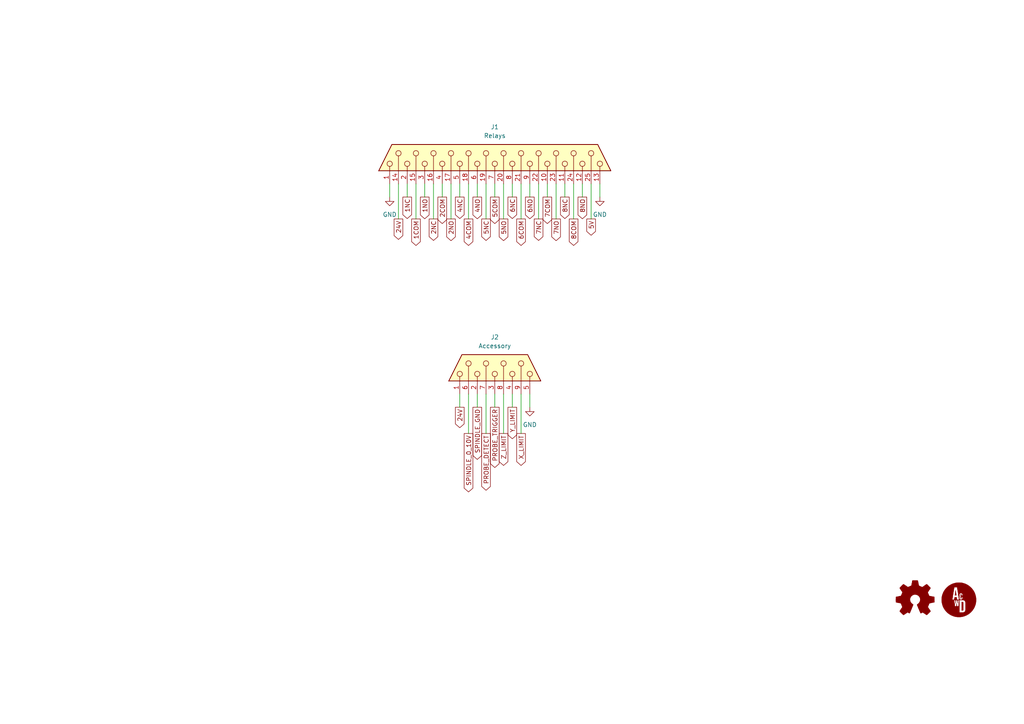
<source format=kicad_sch>
(kicad_sch (version 20211123) (generator eeschema)
  (paper "A4")
  (title_block (title "Input Pinouts") (date "2021-12-03") (rev "A") (company "A.C. Wright Design"))
  (lib_symbols
    (symbol "A.C. Wright Logo:LOGO" (pin_names (offset 1.016))
      (symbol "LOGO_0_0"
        (polyline (pts (xy 1.143 -3.048) (xy 1.1938 -3.0226) (xy 1.2192 -2.9972) (xy 1.27 -2.8956) (xy 1.27 -0.7874) (xy 1.2192 -0.6858) (xy 1.1176 -0.635) (xy 1.0668 -0.635) (xy 1.0414 -0.6096) (xy 0.7874 -0.6096) (xy 0.7874 -3.0734) (xy 1.1176 -3.0734) (xy 1.143 -3.048)) (stroke (width 0.0254)) (fill (type outline)))
        (polyline (pts (xy -0.762 1.4478) (xy -0.7874 1.4986) (xy -0.7874 1.651) (xy -0.8128 1.7272) (xy -0.8382 1.8288) (xy -0.8382 1.9304) (xy -0.8636 2.032) (xy -0.8636 2.1082) (xy -0.889 2.2098) (xy -0.889 2.3114) (xy -0.9144 2.3876) (xy -0.9144 2.4892) (xy -0.9398 2.5654) (xy -0.9398 2.7178) (xy -0.9652 2.7432) (xy -0.9652 2.6924) (xy -0.9906 2.667) (xy -0.9906 2.5146) (xy -1.016 2.4384) (xy -1.016 2.3114) (xy -1.0414 2.2098) (xy -1.0668 2.0574) (xy -1.0668 1.9812) (xy -1.1176 1.778) (xy -1.1176 1.6002) (xy -1.143 1.524) (xy -1.143 1.397) (xy -1.1684 1.3716) (xy -1.1684 1.3208) (xy -0.762 1.3208) (xy -0.762 1.4478)) (stroke (width 0.0254)) (fill (type outline)))
        (polyline (pts (xy 0.5588 -4.953) (xy 0.8382 -4.9276) (xy 1.1176 -4.8514) (xy 1.3716 -4.8006) (xy 1.651 -4.699) (xy 1.905 -4.5974) (xy 2.1844 -4.4958) (xy 2.2098 -4.4704) (xy 2.667 -4.2164) (xy 2.8956 -4.064) (xy 3.1242 -3.8862) (xy 3.5306 -3.5306) (xy 3.5306 -3.5052) (xy 3.7338 -3.302) (xy 3.9116 -3.0988) (xy 4.064 -2.8702) (xy 4.2164 -2.667) (xy 4.3688 -2.413) (xy 4.4958 -2.1844) (xy 4.572 -1.9812) (xy 4.7752 -1.4732) (xy 4.8514 -1.1938) (xy 4.9022 -0.9398) (xy 4.953 -0.6604) (xy 4.9784 -0.381) (xy 4.9784 0.4064) (xy 4.953 0.5842) (xy 4.9276 0.7874) (xy 4.9022 0.9652) (xy 4.8514 1.143) (xy 4.8006 1.3462) (xy 4.7244 1.6256) (xy 4.5212 2.1336) (xy 4.3942 2.3876) (xy 4.2418 2.6416) (xy 4.0894 2.8702) (xy 3.9116 3.0988) (xy 3.8354 3.2004) (xy 3.6576 3.4036) (xy 3.4798 3.5814) (xy 3.0734 3.937) (xy 2.8702 4.0894) (xy 2.8194 4.1402) (xy 2.3114 4.445) (xy 2.0574 4.572) (xy 1.8034 4.6736) (xy 1.524 4.7752) (xy 0.9652 4.9276) (xy 0.6858 4.9784) (xy 0.381 5.0038) (xy -0.4064 5.0038) (xy -0.635 4.9784) (xy -0.889 4.9276) (xy -1.1684 4.8768) (xy -1.4224 4.8006) (xy -1.7018 4.7244) (xy -2.2098 4.5212) (xy -2.2352 4.4958) (xy -2.6924 4.2418) (xy -2.921 4.0894) (xy -3.1496 3.9116) (xy -3.556 3.556) (xy -3.556 3.5306) (xy -3.7592 3.3274) (xy -3.937 3.1242) (xy -4.0894 2.8956) (xy -4.2418 2.6924) (xy -4.3942 2.4384) (xy -4.5212 2.2098) (xy -4.5974 2.0066) (xy -4.8006 1.4986) (xy -4.8768 1.2192) (xy -4.9276 0.9652) (xy -4.9784 0.6858) (xy -5.0038 0.4064) (xy -5.0038 0.0762) (xy -1.9304 0.0762) (xy -1.9304 0.1524) (xy -1.905 0.2032) (xy -1.905 0.254) (xy -1.8796 0.3302) (xy -1.8796 0.4064) (xy -1.8542 0.508) (xy -1.8542 0.635) (xy -1.8288 0.7366) (xy -1.778 0.9906) (xy -1.778 1.1176) (xy -1.7272 1.4224) (xy -1.7018 1.5494) (xy -1.5494 2.4638) (xy -1.524 2.5908) (xy -1.4986 2.7432) (xy -1.4732 2.8702) (xy -1.4732 2.9972) (xy -1.4478 3.0988) (xy -1.4224 3.2258) (xy -1.397 3.3274) (xy -1.397 3.4036) (xy -1.3716 3.4798) (xy -1.3716 3.556) (xy -1.3462 3.6068) (xy -1.3462 3.683) (xy -0.5334 3.683) (xy -0.5334 3.6068) (xy -0.508 3.556) (xy -0.508 3.5052) (xy -0.4826 3.429) (xy -0.4826 3.3274) (xy -0.4572 3.2512) (xy -0.4318 3.1242) (xy -0.4318 3.0226) (xy -0.3556 2.6416) (xy -0.2794 2.1844) (xy -0.254 2.0574) (xy -0.1778 1.6002) (xy -0.1778 1.4478) (xy -0.1524 1.2954) (xy -0.127 1.1684) (xy -0.1016 1.016) (xy -0.0508 0.762) (xy -0.0508 0.6604) (xy -0.0254 0.5334) (xy 0 0.4318) (xy 0 0.381) (xy 0.1524 0.381) (xy 0.1524 1.6256) (xy 0.1778 1.6764) (xy 0.2032 1.7526) (xy 0.254 1.8288) (xy 0.3302 1.8796) (xy 0.381 1.9304) (xy 0.4572 1.9558) (xy 0.7366 1.9558) (xy 0.762 1.9304) (xy 0.8382 1.905) (xy 0.9398 1.8034) (xy 0.9906 1.7272) (xy 1.016 1.651) (xy 1.0414 1.6256) (xy 1.0414 1.27) (xy 0.7112 1.27) (xy 0.7112 1.5494) (xy 0.6858 1.5748) (xy 0.6858 1.6002) (xy 0.6604 1.6256) (xy 0.5334 1.6256) (xy 0.5334 1.6002) (xy 0.508 1.6002) (xy 0.508 0.4318) (xy 0.5334 0.4318) (xy 0.5334 0.4064) (xy 0.5588 0.4064) (xy 0.5842 0.381) (xy 0.6096 0.381) (xy 0.635 0.4064) (xy 0.6858 0.4064) (xy 0.6858 0.4572) (xy 0.7112 0.4826) (xy 0.7112 0.7874) (xy 0.7366 0.8128) (xy 0.7874 0.8128) (xy 0.8128 0.8382) (xy 0.889 0.8128) (xy 1.016 0.8128) (xy 1.0414 0.7874) (xy 1.0414 0.4064) (xy 1.016 0.3556) (xy 1.016 0.3048) (xy 0.9652 0.254) (xy 0.9398 0.2032) (xy 0.8636 0.1524) (xy 0.8128 0.1016) (xy 0.7366 0.0762) (xy 0.4572 0.0762) (xy 0.4064 0.1016) (xy 0.3302 0.127) (xy 0.2286 0.2286) (xy 0.1778 0.3048) (xy 0.1524 0.381) (xy 0 0.381) (xy 0 0.3556) (xy 0.0254 0.2794) (xy 0.0254 0.1524) (xy 0.0508 0.1016) (xy 0.0508 0.0762) (xy -0.1016 0.0762) (xy -0.1524 0.0508) (xy -0.381 0.0508) (xy -0.4572 0.0762) (xy -0.5842 0.0762) (xy -0.5842 0.2032) (xy -0.6096 0.254) (xy -0.6096 0.381) (xy -0.635 0.4572) (xy -0.635 0.5334) (xy -0.6604 0.5842) (xy -0.6604 0.7366) (xy -0.6858 0.762) (xy -1.2446 0.762) (xy -1.2954 0.4318) (xy -1.2954 0.4064) (xy -1.3208 0.3302) (xy -1.3208 0.2032) (xy -1.3462 0.1524) (xy -1.3462 0.0762) (xy -1.5494 0.0762) (xy -1.6256 0.0508) (xy -1.651 0.0762) (xy -1.9304 0.0762) (xy -5.0038 0.0762) (xy -5.0038 -0.0762) (xy -1.3716 -0.0762) (xy -1.3462 -0.0508) (xy -1.016 -0.0508) (xy -1.016 -0.1778) (xy -0.9906 -0.254) (xy -0.9906 -0.4318) (xy -0.9652 -0.5334) (xy -0.9652 -0.6604) (xy -0.9398 -0.762) (xy -0.9398 -1.016) (xy -0.9144 -1.0414) (xy -0.9144 -0.889) (xy -0.889 -0.8382) (xy -0.889 -0.6096) (xy -0.8636 -0.5334) (xy -0.8636 -0.381) (xy -0.8382 -0.3048) (xy -0.8382 -0.1016) (xy -0.8128 -0.0762) (xy -0.8128 -0.0508) (xy -0.4572 -0.0508) (xy -0.4572 -0.127) (xy -0.4318 -0.1778) (xy -0.4318 -0.3302) (xy -0.4064 -0.4318) (xy -0.4064 -0.635) (xy -0.381 -0.7112) (xy -0.381 -0.8636) (xy -0.3556 -0.9144) (xy -0.3556 -0.9398) (xy -0.3302 -0.9144) (xy -0.3302 -0.7112) (xy -0.3048 -0.635) (xy -0.3048 -0.4318) (xy -0.2794 -0.3302) (xy -0.2794 -0.1778) (xy -0.254 -0.127) (xy -0.254 -0.0508) (xy 0.0254 -0.0508) (xy 0.0508 -0.0762) (xy -0.0254 -0.9398) (xy -0.0508 -1.0414) (xy -0.0508 -1.1684) (xy -0.0762 -1.27) (xy -0.0762 -1.4732) (xy -0.1016 -1.5748) (xy -0.1016 -1.7272) (xy -0.127 -1.778) (xy -0.127 -1.8796) (xy -0.2794 -1.8796) (xy -0.3302 -1.905) (xy -0.3556 -1.8796) (xy -0.5334 -1.8796) (xy -0.5334 -1.8542) (xy -0.5588 -1.8034) (xy -0.5588 -1.7018) (xy -0.5842 -1.6256) (xy -0.5842 -1.4224) (xy -0.6096 -1.3462) (xy -0.6096 -1.1938) (xy -0.635 -1.143) (xy -0.635 -1.0668) (xy -0.6604 -1.0922) (xy -0.6604 -1.27) (xy -0.6858 -1.3462) (xy -0.6858 -1.4478) (xy -0.7112 -1.5494) (xy -0.7112 -1.7526) (xy -0.7366 -1.8034) (xy -0.7366 -1.8796) (xy -1.1684 -1.8796) (xy -1.1684 -1.8034) (xy -1.1938 -1.7526) (xy -1.1938 -1.5748) (xy -1.2192 -1.4732) (xy -1.2192 -1.3716) (xy -1.2446 -1.2446) (xy -1.2446 -1.1176) (xy -1.27 -0.9652) (xy -1.3716 -0.0762) (xy -5.0038 -0.0762) (xy -5.0038 -0.381) (xy -4.9784 -0.6096) (xy -4.9276 -0.8636) (xy -4.8768 -1.143) (xy -4.8006 -1.397) (xy -4.7244 -1.6764) (xy -4.5212 -2.1844) (xy -4.4704 -2.2352) (xy -4.3942 -2.413) (xy -4.0894 -2.8702) (xy -4.0386 -2.9718) (xy -3.683 -3.3782) (xy -3.4036 -3.6576) (xy 0.1524 -3.6576) (xy 0.1524 -0.0508) (xy 1.2954 -0.0508) (xy 1.3208 -0.0762) (xy 1.3716 -0.0762) (xy 1.397 -0.1016) (xy 1.4224 -0.1016) (xy 1.4986 -0.127) (xy 1.6002 -0.2032) (xy 1.6764 -0.254) (xy 1.7526 -0.3556) (xy 1.8034 -0.4318) (xy 1.8542 -0.5334) (xy 1.8542 -0.5842) (xy 1.8796 -0.635) (xy 1.8796 -0.6858) (xy 1.905 -0.762) (xy 1.905 -2.921) (xy 1.8796 -3.048) (xy 1.8542 -3.1496) (xy 1.7526 -3.3528) (xy 1.6002 -3.5052) (xy 1.524 -3.556) (xy 1.4224 -3.6068) (xy 1.2954 -3.6322) (xy 1.27 -3.6576) (xy 0.1524 -3.6576) (xy -3.4036 -3.6576) (xy -3.302 -3.7592) (xy -3.0988 -3.9116) (xy -2.9972 -4.0132) (xy -2.7432 -4.1656) (xy -2.5146 -4.318) (xy -2.0066 -4.572) (xy -1.4478 -4.7752) (xy -1.1938 -4.8514) (xy -0.9144 -4.9022) (xy -0.8382 -4.9276) (xy -0.762 -4.9276) (xy -0.6858 -4.953) (xy -0.5334 -4.953) (xy -0.4318 -4.9784) (xy 0.4318 -4.9784) (xy 0.5588 -4.953)) (stroke (width 0.0254)) (fill (type outline)))
      )
    )
    (symbol "Connector:DB25_Female" (pin_names (offset 1.016) hide)
      (property "Reference" "J" (at 0 34.29 0))
      (property "Value" "DB25_Female" (at 0 -34.925 0))
      (symbol "DB25_Female_0_1"
        (circle (center -1.778 -30.48) (radius 0.762))
        (circle (center -1.778 -25.4) (radius 0.762))
        (circle (center -1.778 -20.32) (radius 0.762))
        (circle (center -1.778 -15.24) (radius 0.762))
        (circle (center -1.778 -10.16) (radius 0.762))
        (circle (center -1.778 -5.08) (radius 0.762))
        (circle (center -1.778 0) (radius 0.762))
        (circle (center -1.778 5.08) (radius 0.762))
        (circle (center -1.778 10.16) (radius 0.762))
        (circle (center -1.778 15.24) (radius 0.762))
        (circle (center -1.778 20.32) (radius 0.762))
        (circle (center -1.778 25.4) (radius 0.762))
        (circle (center -1.778 30.48) (radius 0.762))
        (polyline (pts (xy -3.81 -30.48) (xy -2.54 -30.48)))
        (polyline (pts (xy -3.81 -27.94) (xy 0.508 -27.94)))
        (polyline (pts (xy -3.81 -25.4) (xy -2.54 -25.4)))
        (polyline (pts (xy -3.81 -22.86) (xy 0.508 -22.86)))
        (polyline (pts (xy -3.81 -20.32) (xy -2.54 -20.32)))
        (polyline (pts (xy -3.81 -17.78) (xy 0.508 -17.78)))
        (polyline (pts (xy -3.81 -15.24) (xy -2.54 -15.24)))
        (polyline (pts (xy -3.81 -12.7) (xy 0.508 -12.7)))
        (polyline (pts (xy -3.81 -10.16) (xy -2.54 -10.16)))
        (polyline (pts (xy -3.81 -7.62) (xy 0.508 -7.62)))
        (polyline (pts (xy -3.81 -5.08) (xy -2.54 -5.08)))
        (polyline (pts (xy -3.81 -2.54) (xy 0.508 -2.54)))
        (polyline (pts (xy -3.81 0) (xy -2.54 0)))
        (polyline (pts (xy -3.81 2.54) (xy 0.508 2.54)))
        (polyline (pts (xy -3.81 5.08) (xy -2.54 5.08)))
        (polyline (pts (xy -3.81 7.62) (xy 0.508 7.62)))
        (polyline (pts (xy -3.81 10.16) (xy -2.54 10.16)))
        (polyline (pts (xy -3.81 12.7) (xy 0.508 12.7)))
        (polyline (pts (xy -3.81 15.24) (xy -2.54 15.24)))
        (polyline (pts (xy -3.81 17.78) (xy 0.508 17.78)))
        (polyline (pts (xy -3.81 20.32) (xy -2.54 20.32)))
        (polyline (pts (xy -3.81 22.86) (xy 0.508 22.86)))
        (polyline (pts (xy -3.81 25.4) (xy -2.54 25.4)))
        (polyline (pts (xy -3.81 27.94) (xy 0.508 27.94)))
        (polyline (pts (xy -3.81 30.48) (xy -2.54 30.48)))
        (polyline (pts (xy -3.81 33.655) (xy 3.81 29.845) (xy 3.81 -29.845) (xy -3.81 -33.655) (xy -3.81 33.655)) (stroke (width 0.254)) (fill (type background)))
        (circle (center 1.27 -27.94) (radius 0.762))
        (circle (center 1.27 -22.86) (radius 0.762))
        (circle (center 1.27 -17.78) (radius 0.762))
        (circle (center 1.27 -12.7) (radius 0.762))
        (circle (center 1.27 -7.62) (radius 0.762))
        (circle (center 1.27 -2.54) (radius 0.762))
        (circle (center 1.27 2.54) (radius 0.762))
        (circle (center 1.27 7.62) (radius 0.762))
        (circle (center 1.27 12.7) (radius 0.762))
        (circle (center 1.27 17.78) (radius 0.762))
        (circle (center 1.27 22.86) (radius 0.762))
        (circle (center 1.27 27.94) (radius 0.762))
      )
      (symbol "DB25_Female_1_1"
        (pin passive line (at -7.62 30.48 0) (length 3.81) (name "1") (number "1"))
        (pin passive line (at -7.62 -15.24 0) (length 3.81) (name "10") (number "10"))
        (pin passive line (at -7.62 -20.32 0) (length 3.81) (name "11") (number "11"))
        (pin passive line (at -7.62 -25.4 0) (length 3.81) (name "12") (number "12"))
        (pin passive line (at -7.62 -30.48 0) (length 3.81) (name "13") (number "13"))
        (pin passive line (at -7.62 27.94 0) (length 3.81) (name "P14") (number "14"))
        (pin passive line (at -7.62 22.86 0) (length 3.81) (name "P15") (number "15"))
        (pin passive line (at -7.62 17.78 0) (length 3.81) (name "P16") (number "16"))
        (pin passive line (at -7.62 12.7 0) (length 3.81) (name "P17") (number "17"))
        (pin passive line (at -7.62 7.62 0) (length 3.81) (name "P18") (number "18"))
        (pin passive line (at -7.62 2.54 0) (length 3.81) (name "P19") (number "19"))
        (pin passive line (at -7.62 25.4 0) (length 3.81) (name "2") (number "2"))
        (pin passive line (at -7.62 -2.54 0) (length 3.81) (name "P20") (number "20"))
        (pin passive line (at -7.62 -7.62 0) (length 3.81) (name "P21") (number "21"))
        (pin passive line (at -7.62 -12.7 0) (length 3.81) (name "P22") (number "22"))
        (pin passive line (at -7.62 -17.78 0) (length 3.81) (name "P23") (number "23"))
        (pin passive line (at -7.62 -22.86 0) (length 3.81) (name "P24") (number "24"))
        (pin passive line (at -7.62 -27.94 0) (length 3.81) (name "P25") (number "25"))
        (pin passive line (at -7.62 20.32 0) (length 3.81) (name "3") (number "3"))
        (pin passive line (at -7.62 15.24 0) (length 3.81) (name "4") (number "4"))
        (pin passive line (at -7.62 10.16 0) (length 3.81) (name "5") (number "5"))
        (pin passive line (at -7.62 5.08 0) (length 3.81) (name "6") (number "6"))
        (pin passive line (at -7.62 0 0) (length 3.81) (name "7") (number "7"))
        (pin passive line (at -7.62 -5.08 0) (length 3.81) (name "8") (number "8"))
        (pin passive line (at -7.62 -10.16 0) (length 3.81) (name "9") (number "9"))
      )
    )
    (symbol "Connector:DB9_Female" (pin_names (offset 1.016) hide)
      (property "Reference" "J" (at 0 13.97 0))
      (property "Value" "DB9_Female" (at 0 -14.605 0))
      (symbol "DB9_Female_0_1"
        (circle (center -1.778 -10.16) (radius 0.762))
        (circle (center -1.778 -5.08) (radius 0.762))
        (circle (center -1.778 0) (radius 0.762))
        (circle (center -1.778 5.08) (radius 0.762))
        (circle (center -1.778 10.16) (radius 0.762))
        (polyline (pts (xy -3.81 -10.16) (xy -2.54 -10.16)))
        (polyline (pts (xy -3.81 -7.62) (xy 0.508 -7.62)))
        (polyline (pts (xy -3.81 -5.08) (xy -2.54 -5.08)))
        (polyline (pts (xy -3.81 -2.54) (xy 0.508 -2.54)))
        (polyline (pts (xy -3.81 0) (xy -2.54 0)))
        (polyline (pts (xy -3.81 2.54) (xy 0.508 2.54)))
        (polyline (pts (xy -3.81 5.08) (xy -2.54 5.08)))
        (polyline (pts (xy -3.81 7.62) (xy 0.508 7.62)))
        (polyline (pts (xy -3.81 10.16) (xy -2.54 10.16)))
        (polyline (pts (xy -3.81 13.335) (xy -3.81 -13.335) (xy 3.81 -9.525) (xy 3.81 9.525) (xy -3.81 13.335)) (stroke (width 0.254)) (fill (type background)))
        (circle (center 1.27 -7.62) (radius 0.762))
        (circle (center 1.27 -2.54) (radius 0.762))
        (circle (center 1.27 2.54) (radius 0.762))
        (circle (center 1.27 7.62) (radius 0.762))
      )
      (symbol "DB9_Female_1_1"
        (pin passive line (at -7.62 10.16 0) (length 3.81) (name "1") (number "1"))
        (pin passive line (at -7.62 5.08 0) (length 3.81) (name "2") (number "2"))
        (pin passive line (at -7.62 0 0) (length 3.81) (name "3") (number "3"))
        (pin passive line (at -7.62 -5.08 0) (length 3.81) (name "4") (number "4"))
        (pin passive line (at -7.62 -10.16 0) (length 3.81) (name "5") (number "5"))
        (pin passive line (at -7.62 7.62 0) (length 3.81) (name "6") (number "6"))
        (pin passive line (at -7.62 2.54 0) (length 3.81) (name "7") (number "7"))
        (pin passive line (at -7.62 -2.54 0) (length 3.81) (name "8") (number "8"))
        (pin passive line (at -7.62 -7.62 0) (length 3.81) (name "9") (number "9"))
      )
    )
    (symbol "Graphic:Logo_Open_Hardware_Small" (pin_names (offset 1.016))
      (symbol "Logo_Open_Hardware_Small_0_1"
        (polyline (pts (xy 3.3528 -4.3434) (xy 3.302 -4.318) (xy 3.175 -4.2418) (xy 2.9972 -4.1148) (xy 2.7686 -3.9624) (xy 2.54 -3.81) (xy 2.3622 -3.7084) (xy 2.2352 -3.6068) (xy 2.1844 -3.5814) (xy 2.159 -3.6068) (xy 2.0574 -3.6576) (xy 1.905 -3.7338) (xy 1.8034 -3.7846) (xy 1.6764 -3.8354) (xy 1.6002 -3.8354) (xy 1.6002 -3.8354) (xy 1.5494 -3.7338) (xy 1.4732 -3.5306) (xy 1.3462 -3.302) (xy 1.2446 -3.0226) (xy 1.1176 -2.7178) (xy 0.9652 -2.413) (xy 0.8636 -2.1082) (xy 0.7366 -1.8288) (xy 0.6604 -1.6256) (xy 0.6096 -1.4732) (xy 0.5842 -1.397) (xy 0.5842 -1.397) (xy 0.6604 -1.3208) (xy 0.7874 -1.2446) (xy 1.0414 -1.016) (xy 1.2954 -0.6858) (xy 1.4478 -0.3302) (xy 1.524 0.0762) (xy 1.4732 0.4572) (xy 1.3208 0.8128) (xy 1.0668 1.143) (xy 0.762 1.3716) (xy 0.4064 1.524) (xy 0 1.5748) (xy -0.381 1.5494) (xy -0.7366 1.397) (xy -1.0668 1.143) (xy -1.2192 0.9906) (xy -1.397 0.6604) (xy -1.524 0.3048) (xy -1.524 0.2286) (xy -1.4986 -0.1778) (xy -1.397 -0.5334) (xy -1.1938 -0.8636) (xy -0.9144 -1.143) (xy -0.8636 -1.1684) (xy -0.7366 -1.27) (xy -0.635 -1.3462) (xy -0.5842 -1.397) (xy -1.0668 -2.5908) (xy -1.143 -2.794) (xy -1.2954 -3.1242) (xy -1.397 -3.4036) (xy -1.4986 -3.6322) (xy -1.5748 -3.7846) (xy -1.6002 -3.8354) (xy -1.6002 -3.8354) (xy -1.651 -3.8354) (xy -1.7272 -3.81) (xy -1.905 -3.7338) (xy -2.0066 -3.683) (xy -2.1336 -3.6068) (xy -2.2098 -3.5814) (xy -2.2606 -3.6068) (xy -2.3622 -3.683) (xy -2.54 -3.81) (xy -2.7686 -3.9624) (xy -2.9718 -4.0894) (xy -3.1496 -4.2164) (xy -3.302 -4.318) (xy -3.3528 -4.3434) (xy -3.3782 -4.3434) (xy -3.429 -4.318) (xy -3.5306 -4.2164) (xy -3.7084 -4.064) (xy -3.937 -3.8354) (xy -3.9624 -3.81) (xy -4.1656 -3.6068) (xy -4.318 -3.4544) (xy -4.4196 -3.3274) (xy -4.445 -3.2766) (xy -4.445 -3.2766) (xy -4.4196 -3.2258) (xy -4.318 -3.0734) (xy -4.2164 -2.8956) (xy -4.064 -2.667) (xy -3.6576 -2.0828) (xy -3.8862 -1.5494) (xy -3.937 -1.3716) (xy -4.0386 -1.1684) (xy -4.0894 -1.0414) (xy -4.1148 -0.9652) (xy -4.191 -0.9398) (xy -4.318 -0.9144) (xy -4.5466 -0.8636) (xy -4.8006 -0.8128) (xy -5.0546 -0.7874) (xy -5.2578 -0.7366) (xy -5.4356 -0.7112) (xy -5.5118 -0.6858) (xy -5.5118 -0.6858) (xy -5.5372 -0.635) (xy -5.5372 -0.5588) (xy -5.5372 -0.4318) (xy -5.5626 -0.2286) (xy -5.5626 0.0762) (xy -5.5626 0.127) (xy -5.5372 0.4064) (xy -5.5372 0.635) (xy -5.5372 0.762) (xy -5.5372 0.8382) (xy -5.5372 0.8382) (xy -5.461 0.8382) (xy -5.3086 0.889) (xy -5.08 0.9144) (xy -4.826 0.9652) (xy -4.8006 0.9906) (xy -4.5466 1.0414) (xy -4.318 1.0668) (xy -4.1656 1.1176) (xy -4.0894 1.143) (xy -4.0894 1.143) (xy -4.0386 1.2446) (xy -3.9624 1.4224) (xy -3.8608 1.6256) (xy -3.7846 1.8288) (xy -3.7084 2.0066) (xy -3.6576 2.159) (xy -3.6322 2.2098) (xy -3.6322 2.2098) (xy -3.683 2.286) (xy -3.7592 2.413) (xy -3.8862 2.5908) (xy -4.064 2.8194) (xy -4.064 2.8448) (xy -4.2164 3.0734) (xy -4.3434 3.2512) (xy -4.4196 3.3782) (xy -4.445 3.4544) (xy -4.445 3.4544) (xy -4.3942 3.5052) (xy -4.2926 3.6322) (xy -4.1148 3.81) (xy -3.937 4.0132) (xy -3.8608 4.064) (xy -3.6576 4.2926) (xy -3.5052 4.4196) (xy -3.4036 4.4958) (xy -3.3528 4.5212) (xy -3.3528 4.5212) (xy -3.302 4.4704) (xy -3.1496 4.3688) (xy -2.9718 4.2418) (xy -2.7432 4.0894) (xy -2.7178 4.0894) (xy -2.4892 3.937) (xy -2.3114 3.81) (xy -2.1844 3.7084) (xy -2.1336 3.683) (xy -2.1082 3.683) (xy -2.032 3.7084) (xy -1.8542 3.7592) (xy -1.6764 3.8354) (xy -1.4732 3.937) (xy -1.27 4.0132) (xy -1.143 4.064) (xy -1.0668 4.1148) (xy -1.0668 4.1148) (xy -1.0414 4.191) (xy -1.016 4.3434) (xy -0.9652 4.572) (xy -0.9144 4.8514) (xy -0.889 4.9022) (xy -0.8382 5.1562) (xy -0.8128 5.3848) (xy -0.7874 5.5372) (xy -0.762 5.588) (xy -0.7112 5.6134) (xy -0.5842 5.6134) (xy -0.4064 5.6134) (xy -0.1524 5.6134) (xy 0.0762 5.6134) (xy 0.3302 5.6134) (xy 0.5334 5.6134) (xy 0.6858 5.588) (xy 0.7366 5.588) (xy 0.7366 5.588) (xy 0.762 5.5118) (xy 0.8128 5.334) (xy 0.8382 5.1054) (xy 0.9144 4.826) (xy 0.9144 4.7752) (xy 0.9652 4.5212) (xy 1.016 4.2926) (xy 1.0414 4.1402) (xy 1.0668 4.0894) (xy 1.0668 4.0894) (xy 1.1938 4.0386) (xy 1.3716 3.9624) (xy 1.5748 3.8608) (xy 2.0828 3.6576) (xy 2.7178 4.0894) (xy 2.7686 4.1402) (xy 2.9972 4.2926) (xy 3.175 4.4196) (xy 3.302 4.4958) (xy 3.3782 4.5212) (xy 3.3782 4.5212) (xy 3.429 4.4704) (xy 3.556 4.3434) (xy 3.7338 4.191) (xy 3.9116 3.9878) (xy 4.064 3.8354) (xy 4.2418 3.6576) (xy 4.3434 3.556) (xy 4.4196 3.4798) (xy 4.4196 3.429) (xy 4.4196 3.4036) (xy 4.3942 3.3274) (xy 4.2926 3.2004) (xy 4.1656 2.9972) (xy 4.0132 2.794) (xy 3.8862 2.5908) (xy 3.7592 2.3876) (xy 3.6576 2.2352) (xy 3.6322 2.159) (xy 3.6322 2.1336) (xy 3.683 2.0066) (xy 3.7592 1.8288) (xy 3.8608 1.6002) (xy 4.064 1.1176) (xy 4.3942 1.0414) (xy 4.5974 1.016) (xy 4.8768 0.9652) (xy 5.1308 0.9144) (xy 5.5372 0.8382) (xy 5.5626 -0.6604) (xy 5.4864 -0.6858) (xy 5.4356 -0.6858) (xy 5.2832 -0.7366) (xy 5.0546 -0.762) (xy 4.8006 -0.8128) (xy 4.5974 -0.8636) (xy 4.3688 -0.9144) (xy 4.2164 -0.9398) (xy 4.1402 -0.9398) (xy 4.1148 -0.9652) (xy 4.064 -1.0668) (xy 3.9878 -1.2446) (xy 3.9116 -1.4478) (xy 3.81 -1.651) (xy 3.7338 -1.8542) (xy 3.683 -2.0066) (xy 3.6576 -2.0828) (xy 3.683 -2.1336) (xy 3.7846 -2.2606) (xy 3.8862 -2.4638) (xy 4.0386 -2.667) (xy 4.191 -2.8956) (xy 4.318 -3.0734) (xy 4.3942 -3.2004) (xy 4.445 -3.2766) (xy 4.4196 -3.3274) (xy 4.3434 -3.429) (xy 4.1656 -3.5814) (xy 3.937 -3.8354) (xy 3.8862 -3.8608) (xy 3.683 -4.064) (xy 3.5306 -4.2164) (xy 3.4036 -4.318) (xy 3.3528 -4.3434)) (fill (type outline)))
      )
    )
    (symbol "power:GND" (power) (pin_names (offset 0))
      (property "Value" "GND" (at 0 -3.81 0))
      (symbol "GND_0_1"
        (polyline (pts (xy 0 0) (xy 0 -1.27) (xy 1.27 -1.27) (xy 0 -2.54) (xy -1.27 -1.27) (xy 0 -1.27)))
      )
      (symbol "GND_1_1"
        (pin power_in line (at 0 0 270) (length 0) hide (name "GND") (number "1"))
      )
    )
  )
  (wire (pts (xy 115.57 53.34) (xy 115.57 63.5)))
  (wire (pts (xy 153.67 53.34) (xy 153.67 57.15)))
  (wire (pts (xy 133.35 114.3) (xy 133.35 118.11)))
  (wire (pts (xy 153.67 114.3) (xy 153.67 118.11)))
  (wire (pts (xy 148.59 53.34) (xy 148.59 57.15)))
  (wire (pts (xy 143.51 53.34) (xy 143.51 57.15)))
  (wire (pts (xy 146.05 53.34) (xy 146.05 63.5)))
  (wire (pts (xy 171.45 53.34) (xy 171.45 63.5)))
  (wire (pts (xy 140.97 114.3) (xy 140.97 125.73)))
  (wire (pts (xy 140.97 53.34) (xy 140.97 63.5)))
  (wire (pts (xy 138.43 53.34) (xy 138.43 57.15)))
  (wire (pts (xy 158.75 53.34) (xy 158.75 57.15)))
  (wire (pts (xy 151.13 114.3) (xy 151.13 125.73)))
  (wire (pts (xy 166.37 53.34) (xy 166.37 63.5)))
  (wire (pts (xy 120.65 53.34) (xy 120.65 63.5)))
  (wire (pts (xy 146.05 114.3) (xy 146.05 125.73)))
  (wire (pts (xy 148.59 114.3) (xy 148.59 118.11)))
  (wire (pts (xy 135.89 53.34) (xy 135.89 63.5)))
  (wire (pts (xy 123.19 53.34) (xy 123.19 57.15)))
  (wire (pts (xy 118.11 53.34) (xy 118.11 57.15)))
  (wire (pts (xy 161.29 53.34) (xy 161.29 63.5)))
  (wire (pts (xy 138.43 114.3) (xy 138.43 118.11)))
  (wire (pts (xy 128.27 53.34) (xy 128.27 57.15)))
  (wire (pts (xy 143.51 114.3) (xy 143.51 118.11)))
  (wire (pts (xy 125.73 53.34) (xy 125.73 63.5)))
  (wire (pts (xy 130.81 53.34) (xy 130.81 63.5)))
  (wire (pts (xy 163.83 53.34) (xy 163.83 57.15)))
  (wire (pts (xy 156.21 53.34) (xy 156.21 63.5)))
  (wire (pts (xy 168.91 53.34) (xy 168.91 57.15)))
  (wire (pts (xy 173.99 53.34) (xy 173.99 57.15)))
  (wire (pts (xy 133.35 53.34) (xy 133.35 57.15)))
  (wire (pts (xy 135.89 114.3) (xy 135.89 125.73)))
  (wire (pts (xy 151.13 53.34) (xy 151.13 63.5)))
  (wire (pts (xy 113.03 53.34) (xy 113.03 57.15)))
  (global_label "SPINDLE_0_10V" (shape output) (at 135.89 125.73 270) (property "Intersheet References" "${INTERSHEET_REFS}" (effects hide)))
  (global_label "24V" (shape output) (at 115.57 63.5 270) (property "Intersheet References" "${INTERSHEET_REFS}" (effects hide)))
  (global_label "2NO" (shape output) (at 130.81 63.5 270) (property "Intersheet References" "${INTERSHEET_REFS}" (effects hide)))
  (global_label "2COM" (shape output) (at 128.27 57.15 270) (property "Intersheet References" "${INTERSHEET_REFS}" (effects hide)))
  (global_label "1COM" (shape output) (at 120.65 63.5 270) (property "Intersheet References" "${INTERSHEET_REFS}" (effects hide)))
  (global_label "4NO" (shape output) (at 138.43 57.15 270) (property "Intersheet References" "${INTERSHEET_REFS}" (effects hide)))
  (global_label "7COM" (shape output) (at 158.75 57.15 270) (property "Intersheet References" "${INTERSHEET_REFS}" (effects hide)))
  (global_label "Z_LIMIT" (shape output) (at 146.05 125.73 270) (property "Intersheet References" "${INTERSHEET_REFS}" (effects hide)))
  (global_label "6NC" (shape output) (at 148.59 57.15 270) (property "Intersheet References" "${INTERSHEET_REFS}" (effects hide)))
  (global_label "PROBE_TRIGGER" (shape output) (at 143.51 118.11 270) (property "Intersheet References" "${INTERSHEET_REFS}" (effects hide)))
  (global_label "5NC" (shape output) (at 140.97 63.5 270) (property "Intersheet References" "${INTERSHEET_REFS}" (effects hide)))
  (global_label "1NO" (shape output) (at 123.19 57.15 270) (property "Intersheet References" "${INTERSHEET_REFS}" (effects hide)))
  (global_label "4NC" (shape output) (at 133.35 57.15 270) (property "Intersheet References" "${INTERSHEET_REFS}" (effects hide)))
  (global_label "Y_LIMIT" (shape output) (at 148.59 118.11 270) (property "Intersheet References" "${INTERSHEET_REFS}" (effects hide)))
  (global_label "5COM" (shape output) (at 143.51 57.15 270) (property "Intersheet References" "${INTERSHEET_REFS}" (effects hide)))
  (global_label "5NO" (shape output) (at 146.05 63.5 270) (property "Intersheet References" "${INTERSHEET_REFS}" (effects hide)))
  (global_label "7NO" (shape output) (at 161.29 63.5 270) (property "Intersheet References" "${INTERSHEET_REFS}" (effects hide)))
  (global_label "6NO" (shape output) (at 153.67 57.15 270) (property "Intersheet References" "${INTERSHEET_REFS}" (effects hide)))
  (global_label "1NC" (shape output) (at 118.11 57.15 270) (property "Intersheet References" "${INTERSHEET_REFS}" (effects hide)))
  (global_label "5V" (shape output) (at 171.45 63.5 270) (property "Intersheet References" "${INTERSHEET_REFS}" (effects hide)))
  (global_label "8COM" (shape output) (at 166.37 63.5 270) (property "Intersheet References" "${INTERSHEET_REFS}" (effects hide)))
  (global_label "8NO" (shape output) (at 168.91 57.15 270) (property "Intersheet References" "${INTERSHEET_REFS}" (effects hide)))
  (global_label "4COM" (shape output) (at 135.89 63.5 270) (property "Intersheet References" "${INTERSHEET_REFS}" (effects hide)))
  (global_label "8NC" (shape output) (at 163.83 57.15 270) (property "Intersheet References" "${INTERSHEET_REFS}" (effects hide)))
  (global_label "X_LIMIT" (shape output) (at 151.13 125.73 270) (property "Intersheet References" "${INTERSHEET_REFS}" (effects hide)))
  (global_label "SPINDLE_GND" (shape output) (at 138.43 118.11 270) (property "Intersheet References" "${INTERSHEET_REFS}" (effects hide)))
  (global_label "24V" (shape output) (at 133.35 118.11 270) (property "Intersheet References" "${INTERSHEET_REFS}" (effects hide)))
  (global_label "6COM" (shape output) (at 151.13 63.5 270) (property "Intersheet References" "${INTERSHEET_REFS}" (effects hide)))
  (global_label "7NC" (shape output) (at 156.21 63.5 270) (property "Intersheet References" "${INTERSHEET_REFS}" (effects hide)))
  (global_label "2NC" (shape output) (at 125.73 63.5 270) (property "Intersheet References" "${INTERSHEET_REFS}" (effects hide)))
  (global_label "PROBE_DETECT" (shape output) (at 140.97 125.73 270) (property "Intersheet References" "${INTERSHEET_REFS}" (effects hide)))
  (symbol (lib_id "power:GND") (at 153.67 118.11 0) (unit 1)
    (property "Reference" "#PWR02" (effects hide))
    (property "Value" "GND" (at 153.67 123.19 0))
  )
  (symbol (lib_id "Connector:DB9_Female") (at 143.51 106.68 90) (unit 1)
    (property "Reference" "J2" (at 143.51 97.79 90))
    (property "Value" "Accessory" (at 143.51 100.33 90))
    (property "Datasheet" " ~" (effects hide))
  )
  (symbol (lib_id "Connector:DB25_Female") (at 143.51 45.72 90) (unit 1)
    (property "Reference" "J1" (at 143.51 36.83 90))
    (property "Value" "Relays" (at 143.51 39.37 90))
    (property "Datasheet" " ~" (effects hide))
  )
  (symbol (lib_id "A.C. Wright Logo:LOGO") (at 278.13 173.99 0) (unit 1)
    (property "Reference" "#G?" (effects hide))
    (property "Value" "LOGO" (effects hide))
    (property "Footprint" "A.C. Wright Logo:A.C. Wright Logo 10mm" (effects hide))
  )
  (symbol (lib_id "power:GND") (at 173.99 57.15 0) (unit 1)
    (property "Reference" "#PWR03" (effects hide))
    (property "Value" "GND" (at 173.99 62.23 0))
  )
  (symbol (lib_id "Graphic:Logo_Open_Hardware_Small") (at 265.43 173.99 0) (unit 1)
    (property "Reference" "#LOGO?" (effects hide))
    (property "Value" "Logo_Open_Hardware_Small" (effects hide))
    (property "Footprint" "Symbol:OSHW-Logo2_9.8x8mm_SilkScreen" (effects hide))
  )
  (symbol (lib_id "power:GND") (at 113.03 57.15 0) (unit 1)
    (property "Reference" "#PWR01" (effects hide))
    (property "Value" "GND" (at 113.03 62.23 0))
  )
)
</source>
